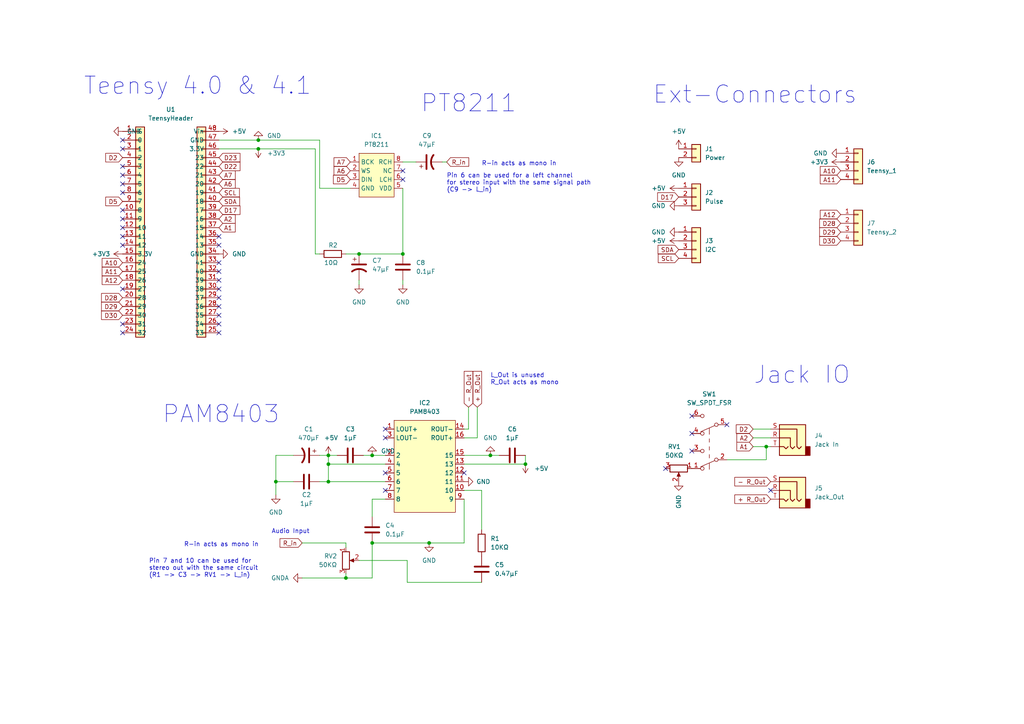
<source format=kicad_sch>
(kicad_sch (version 20230121) (generator eeschema)
  (paper "A4")
  (title_block (title "TEENSY 4 HAPTISHIELD") (date "2022-09-07") (rev "3") (company "SENSORIMOTOR INTERACTION GROUP") (comment 1 "COURTNEY N. REED & VALENTIN MARTINEZ-MISSIR"))
  (lib_symbols
    (symbol "Connector:AudioJack3"
      (property "Reference" "J" (at 0 8.89 0))
      (property "Value" "AudioJack3" (at 0 6.35 0))
      (symbol "AudioJack3_0_1"
        (rectangle (start -5.08 -5.08) (end -6.35 -2.54) (stroke (width 0.254)) (fill (type outline)))
        (polyline (pts (xy 0 -2.54) (xy 0.635 -3.175) (xy 1.27 -2.54) (xy 2.54 -2.54)) (stroke (width 0.254)))
        (polyline (pts (xy -1.905 -2.54) (xy -1.27 -3.175) (xy -0.635 -2.54) (xy -0.635 0) (xy 2.54 0)) (stroke (width 0.254)))
        (polyline (pts (xy 2.54 2.54) (xy -2.54 2.54) (xy -2.54 -2.54) (xy -3.175 -3.175) (xy -3.81 -2.54)) (stroke (width 0.254)))
        (rectangle (start 2.54 3.81) (end -5.08 -5.08) (stroke (width 0.254)) (fill (type background)))
      )
      (symbol "AudioJack3_1_1"
        (pin passive line (at 5.08 0 180) (length 2.54) (name "~") (number "R"))
        (pin passive line (at 5.08 2.54 180) (length 2.54) (name "~") (number "S"))
        (pin passive line (at 5.08 -2.54 180) (length 2.54) (name "~") (number "T"))
      )
    )
    (symbol "Connector_Generic:Conn_01x02" (pin_names (offset 1.016) hide)
      (property "Reference" "J" (at 0 2.54 0))
      (property "Value" "Conn_01x02" (at 0 -5.08 0))
      (symbol "Conn_01x02_1_1"
        (rectangle (start -1.27 -2.413) (end 0 -2.667) (stroke (width 0.1524)))
        (rectangle (start -1.27 0.127) (end 0 -0.127) (stroke (width 0.1524)))
        (rectangle (start -1.27 1.27) (end 1.27 -3.81) (stroke (width 0.254)) (fill (type background)))
        (pin passive line (at -5.08 0 0) (length 3.81) (name "Pin_1") (number "1"))
        (pin passive line (at -5.08 -2.54 0) (length 3.81) (name "Pin_2") (number "2"))
      )
    )
    (symbol "Connector_Generic:Conn_01x03" (pin_names (offset 1.016) hide)
      (property "Reference" "J" (at 0 5.08 0))
      (property "Value" "Conn_01x03" (at 0 -5.08 0))
      (symbol "Conn_01x03_1_1"
        (rectangle (start -1.27 -2.413) (end 0 -2.667) (stroke (width 0.1524)))
        (rectangle (start -1.27 0.127) (end 0 -0.127) (stroke (width 0.1524)))
        (rectangle (start -1.27 2.667) (end 0 2.413) (stroke (width 0.1524)))
        (rectangle (start -1.27 3.81) (end 1.27 -3.81) (stroke (width 0.254)) (fill (type background)))
        (pin passive line (at -5.08 2.54 0) (length 3.81) (name "Pin_1") (number "1"))
        (pin passive line (at -5.08 0 0) (length 3.81) (name "Pin_2") (number "2"))
        (pin passive line (at -5.08 -2.54 0) (length 3.81) (name "Pin_3") (number "3"))
      )
    )
    (symbol "Connector_Generic:Conn_01x04" (pin_names (offset 1.016) hide)
      (property "Reference" "J" (at 0 5.08 0))
      (property "Value" "Conn_01x04" (at 0 -7.62 0))
      (symbol "Conn_01x04_1_1"
        (rectangle (start -1.27 -4.953) (end 0 -5.207) (stroke (width 0.1524)))
        (rectangle (start -1.27 -2.413) (end 0 -2.667) (stroke (width 0.1524)))
        (rectangle (start -1.27 0.127) (end 0 -0.127) (stroke (width 0.1524)))
        (rectangle (start -1.27 2.667) (end 0 2.413) (stroke (width 0.1524)))
        (rectangle (start -1.27 3.81) (end 1.27 -6.35) (stroke (width 0.254)) (fill (type background)))
        (pin passive line (at -5.08 2.54 0) (length 3.81) (name "Pin_1") (number "1"))
        (pin passive line (at -5.08 0 0) (length 3.81) (name "Pin_2") (number "2"))
        (pin passive line (at -5.08 -2.54 0) (length 3.81) (name "Pin_3") (number "3"))
        (pin passive line (at -5.08 -5.08 0) (length 3.81) (name "Pin_4") (number "4"))
      )
    )
    (symbol "Device:C" (pin_numbers hide) (pin_names (offset 0.254))
      (property "Reference" "C" (at 0.635 2.54 0))
      (property "Value" "C" (at 0.635 -2.54 0))
      (symbol "C_0_1"
        (polyline (pts (xy -2.032 -0.762) (xy 2.032 -0.762)) (stroke (width 0.508)))
        (polyline (pts (xy -2.032 0.762) (xy 2.032 0.762)) (stroke (width 0.508)))
      )
      (symbol "C_1_1"
        (pin passive line (at 0 3.81 270) (length 2.794) (name "~") (number "1"))
        (pin passive line (at 0 -3.81 90) (length 2.794) (name "~") (number "2"))
      )
    )
    (symbol "Device:C_Polarized_US" (pin_numbers hide) (pin_names (offset 0.254) hide)
      (property "Reference" "C" (at 0.635 2.54 0))
      (property "Value" "C_Polarized_US" (at 0.635 -2.54 0))
      (symbol "C_Polarized_US_0_1"
        (polyline (pts (xy -2.032 0.762) (xy 2.032 0.762)) (stroke (width 0.508)))
        (polyline (pts (xy -1.778 2.286) (xy -0.762 2.286)))
        (polyline (pts (xy -1.27 1.778) (xy -1.27 2.794)))
        (arc (start 2.032 -1.27) (mid 0 -0.5572) (end -2.032 -1.27) (stroke (width 0.508)))
      )
      (symbol "C_Polarized_US_1_1"
        (pin passive line (at 0 3.81 270) (length 2.794) (name "~") (number "1"))
        (pin passive line (at 0 -3.81 90) (length 3.302) (name "~") (number "2"))
      )
    )
    (symbol "Device:R" (pin_numbers hide) (pin_names (offset 0))
      (property "Reference" "R" (at 2.032 0 90))
      (property "Value" "R" (at 0 0 90))
      (symbol "R_0_1"
        (rectangle (start -1.016 -2.54) (end 1.016 2.54) (stroke (width 0.254)))
      )
      (symbol "R_1_1"
        (pin passive line (at 0 3.81 270) (length 1.27) (name "~") (number "1"))
        (pin passive line (at 0 -3.81 90) (length 1.27) (name "~") (number "2"))
      )
    )
    (symbol "Device:R_Potentiometer" (pin_names (offset 1.016) hide)
      (property "Reference" "RV" (at -4.445 0 90))
      (property "Value" "R_Potentiometer" (at -2.54 0 90))
      (symbol "R_Potentiometer_0_1"
        (polyline (pts (xy 2.54 0) (xy 1.524 0)))
        (polyline (pts (xy 1.143 0) (xy 2.286 0.508) (xy 2.286 -0.508) (xy 1.143 0)) (fill (type outline)))
        (rectangle (start 1.016 2.54) (end -1.016 -2.54) (stroke (width 0.254)))
      )
      (symbol "R_Potentiometer_1_1"
        (pin passive line (at 0 3.81 270) (length 1.27) (name "1") (number "1"))
        (pin passive line (at 3.81 0 180) (length 1.27) (name "2") (number "2"))
        (pin passive line (at 0 -3.81 90) (length 1.27) (name "3") (number "3"))
      )
    )
    (symbol "HapticServo:PAM8403"
      (property "Reference" "U" (at 0 0 0))
      (property "Value" "PAM8403" (at 0 2.54 0))
      (symbol "PAM8403_0_1"
        (rectangle (start -8.89 -2.54) (end 8.89 -29.21) (fill (type background)))
      )
      (symbol "PAM8403_1_1"
        (pin passive line (at -11.43 -5.08 0) (length 2.54) (name "LOUT+") (number "1"))
        (pin passive line (at 11.43 -22.86 180) (length 2.54) (name "10") (number "10"))
        (pin passive line (at 11.43 -20.32 180) (length 2.54) (name "11") (number "11"))
        (pin passive line (at 11.43 -17.78 180) (length 2.54) (name "12") (number "12"))
        (pin passive line (at 11.43 -15.24 180) (length 2.54) (name "13") (number "13"))
        (pin passive line (at 11.43 -5.08 180) (length 2.54) (name "ROUT-") (number "14"))
        (pin passive line (at 11.43 -12.7 180) (length 2.54) (name "15") (number "15"))
        (pin passive line (at 11.43 -7.62 180) (length 2.54) (name "ROUT+") (number "16"))
        (pin passive line (at -11.43 -12.7 0) (length 2.54) (name "2") (number "2"))
        (pin passive line (at -11.43 -7.62 0) (length 2.54) (name "LOUT-") (number "3"))
        (pin passive line (at -11.43 -15.24 0) (length 2.54) (name "4") (number "4"))
        (pin passive line (at -11.43 -17.78 0) (length 2.54) (name "5") (number "5"))
        (pin passive line (at -11.43 -20.32 0) (length 2.54) (name "6") (number "6"))
        (pin passive line (at -11.43 -22.86 0) (length 2.54) (name "7") (number "7"))
        (pin passive line (at -11.43 -25.4 0) (length 2.54) (name "8") (number "8"))
        (pin passive line (at 11.43 -25.4 180) (length 2.54) (name "9") (number "9"))
      )
    )
    (symbol "HapticServo:PT8211"
      (property "Reference" "IC" (at 2.54 -15.24 0))
      (property "Value" "PT8211" (at 2.54 0 0))
      (symbol "PT8211_0_1"
        (rectangle (start -2.54 -1.27) (end 7.62 -13.97) (fill (type background)))
      )
      (symbol "PT8211_1_1"
        (pin input line (at -5.08 -3.81 0) (length 2.54) (name "BCK") (number "1"))
        (pin input line (at -5.08 -6.35 0) (length 2.54) (name "WS") (number "2"))
        (pin input line (at -5.08 -8.89 0) (length 2.54) (name "DIN") (number "3"))
        (pin input line (at -5.08 -11.43 0) (length 2.54) (name "GND") (number "4"))
        (pin input line (at 10.16 -11.43 180) (length 2.54) (name "VDD") (number "5"))
        (pin input line (at 10.16 -8.89 180) (length 2.54) (name "LCH") (number "6"))
        (pin input line (at 10.16 -6.35 180) (length 2.54) (name "NC") (number "7"))
        (pin input line (at 10.16 -3.81 180) (length 2.54) (name "RCH") (number "8"))
      )
    )
    (symbol "HapticServo:TeensyHeader"
      (property "Reference" "U" (at 0 0 0))
      (property "Value" "TeensyHeader" (at 0 0 0))
      (symbol "TeensyHeader_1_1"
        (rectangle (start -11.43 -63.373) (end -10.16 -63.627) (stroke (width 0.1524)))
        (rectangle (start -11.43 -60.833) (end -10.16 -61.087) (stroke (width 0.1524)))
        (rectangle (start -11.43 -58.293) (end -10.16 -58.547) (stroke (width 0.1524)))
        (rectangle (start -11.43 -55.753) (end -10.16 -56.007) (stroke (width 0.1524)))
        (rectangle (start -11.43 -53.213) (end -10.16 -53.467) (stroke (width 0.1524)))
        (rectangle (start -11.43 -50.673) (end -10.16 -50.927) (stroke (width 0.1524)))
        (rectangle (start -11.43 -48.133) (end -10.16 -48.387) (stroke (width 0.1524)))
        (rectangle (start -11.43 -45.593) (end -10.16 -45.847) (stroke (width 0.1524)))
        (rectangle (start -11.43 -43.053) (end -10.16 -43.307) (stroke (width 0.1524)))
        (rectangle (start -11.43 -40.513) (end -10.16 -40.767) (stroke (width 0.1524)))
        (rectangle (start -11.43 -37.973) (end -10.16 -38.227) (stroke (width 0.1524)))
        (rectangle (start -11.43 -35.433) (end -10.16 -35.687) (stroke (width 0.1524)))
        (rectangle (start -11.43 -32.893) (end -10.16 -33.147) (stroke (width 0.1524)))
        (rectangle (start -11.43 -30.353) (end -10.16 -30.607) (stroke (width 0.1524)))
        (rectangle (start -11.43 -27.813) (end -10.16 -28.067) (stroke (width 0.1524)))
        (rectangle (start -11.43 -25.273) (end -10.16 -25.527) (stroke (width 0.1524)))
        (rectangle (start -11.43 -22.733) (end -10.16 -22.987) (stroke (width 0.1524)))
        (rectangle (start -11.43 -20.193) (end -10.16 -20.447) (stroke (width 0.1524)))
        (rectangle (start -11.43 -17.653) (end -10.16 -17.907) (stroke (width 0.1524)))
        (rectangle (start -11.43 -15.113) (end -10.16 -15.367) (stroke (width 0.1524)))
        (rectangle (start -11.43 -12.573) (end -10.16 -12.827) (stroke (width 0.1524)))
        (rectangle (start -11.43 -10.033) (end -10.16 -10.287) (stroke (width 0.1524)))
        (rectangle (start -11.43 -7.493) (end -10.16 -7.747) (stroke (width 0.1524)))
        (rectangle (start -11.43 -4.953) (end -10.16 -5.207) (stroke (width 0.1524)))
        (rectangle (start -11.43 -3.81) (end -8.89 -64.77) (stroke (width 0.254)) (fill (type background)))
        (rectangle (start 8.89 -64.77) (end 6.35 -3.81) (stroke (width 0.254)) (fill (type background)))
        (rectangle (start 8.89 -63.627) (end 7.62 -63.373) (stroke (width 0.1524)))
        (rectangle (start 8.89 -61.087) (end 7.62 -60.833) (stroke (width 0.1524)))
        (rectangle (start 8.89 -58.547) (end 7.62 -58.293) (stroke (width 0.1524)))
        (rectangle (start 8.89 -56.007) (end 7.62 -55.753) (stroke (width 0.1524)))
        (rectangle (start 8.89 -53.467) (end 7.62 -53.213) (stroke (width 0.1524)))
        (rectangle (start 8.89 -50.927) (end 7.62 -50.673) (stroke (width 0.1524)))
        (rectangle (start 8.89 -48.387) (end 7.62 -48.133) (stroke (width 0.1524)))
        (rectangle (start 8.89 -45.847) (end 7.62 -45.593) (stroke (width 0.1524)))
        (rectangle (start 8.89 -43.307) (end 7.62 -43.053) (stroke (width 0.1524)))
        (rectangle (start 8.89 -40.767) (end 7.62 -40.513) (stroke (width 0.1524)))
        (rectangle (start 8.89 -38.227) (end 7.62 -37.973) (stroke (width 0.1524)))
        (rectangle (start 8.89 -35.687) (end 7.62 -35.433) (stroke (width 0.1524)))
        (rectangle (start 8.89 -33.147) (end 7.62 -32.893) (stroke (width 0.1524)))
        (rectangle (start 8.89 -30.607) (end 7.62 -30.353) (stroke (width 0.1524)))
        (rectangle (start 8.89 -28.067) (end 7.62 -27.813) (stroke (width 0.1524)))
        (rectangle (start 8.89 -25.527) (end 7.62 -25.273) (stroke (width 0.1524)))
        (rectangle (start 8.89 -22.987) (end 7.62 -22.733) (stroke (width 0.1524)))
        (rectangle (start 8.89 -20.447) (end 7.62 -20.193) (stroke (width 0.1524)))
        (rectangle (start 8.89 -17.907) (end 7.62 -17.653) (stroke (width 0.1524)))
        (rectangle (start 8.89 -15.367) (end 7.62 -15.113) (stroke (width 0.1524)))
        (rectangle (start 8.89 -12.827) (end 7.62 -12.573) (stroke (width 0.1524)))
        (rectangle (start 8.89 -10.287) (end 7.62 -10.033) (stroke (width 0.1524)))
        (rectangle (start 8.89 -7.747) (end 7.62 -7.493) (stroke (width 0.1524)))
        (rectangle (start 8.89 -5.207) (end 7.62 -4.953) (stroke (width 0.1524)))
        (pin passive line (at -15.24 -5.08 0) (length 3.81) (name "G") (number "1"))
        (pin passive line (at -15.24 -27.94 0) (length 3.81) (name "8") (number "10"))
        (pin passive line (at -15.24 -30.48 0) (length 3.81) (name "9") (number "11"))
        (pin passive line (at -15.24 -33.02 0) (length 3.81) (name "10") (number "12"))
        (pin passive line (at -15.24 -35.56 0) (length 3.81) (name "11") (number "13"))
        (pin passive line (at -15.24 -38.1 0) (length 3.81) (name "12") (number "14"))
        (pin passive line (at -15.24 -40.64 0) (length 3.81) (name "3.3V") (number "15"))
        (pin passive line (at -15.24 -43.18 0) (length 3.81) (name "24") (number "16"))
        (pin passive line (at -15.24 -45.72 0) (length 3.81) (name "25") (number "17"))
        (pin passive line (at -15.24 -48.26 0) (length 3.81) (name "26") (number "18"))
        (pin passive line (at -15.24 -50.8 0) (length 3.81) (name "27") (number "19"))
        (pin passive line (at -15.24 -7.62 0) (length 3.81) (name "0") (number "2"))
        (pin passive line (at -15.24 -53.34 0) (length 3.81) (name "28") (number "20"))
        (pin passive line (at -15.24 -55.88 0) (length 3.81) (name "29") (number "21"))
        (pin passive line (at -15.24 -58.42 0) (length 3.81) (name "30") (number "22"))
        (pin passive line (at -15.24 -60.96 0) (length 3.81) (name "31") (number "23"))
        (pin passive line (at -15.24 -63.5 0) (length 3.81) (name "32") (number "24"))
        (pin passive line (at 12.7 -63.5 180) (length 3.81) (name "33") (number "25"))
        (pin passive line (at 12.7 -60.96 180) (length 3.81) (name "34") (number "26"))
        (pin passive line (at 12.7 -58.42 180) (length 3.81) (name "35") (number "27"))
        (pin passive line (at 12.7 -55.88 180) (length 3.81) (name "36") (number "28"))
        (pin passive line (at 12.7 -53.34 180) (length 3.81) (name "37") (number "29"))
        (pin passive line (at -15.24 -10.16 0) (length 3.81) (name "1") (number "3"))
        (pin passive line (at 12.7 -50.8 180) (length 3.81) (name "38") (number "30"))
        (pin passive line (at 12.7 -48.26 180) (length 3.81) (name "39") (number "31"))
        (pin passive line (at 12.7 -45.72 180) (length 3.81) (name "40") (number "32"))
        (pin passive line (at 12.7 -43.18 180) (length 3.81) (name "41") (number "33"))
        (pin passive line (at 12.7 -40.64 180) (length 3.81) (name "GND") (number "34"))
        (pin passive line (at 12.7 -38.1 180) (length 3.81) (name "13") (number "35"))
        (pin passive line (at 12.7 -35.56 180) (length 3.81) (name "14") (number "36"))
        (pin passive line (at 12.7 -33.02 180) (length 3.81) (name "15") (number "37"))
        (pin passive line (at 12.7 -30.48 180) (length 3.81) (name "16") (number "38"))
        (pin passive line (at 12.7 -27.94 180) (length 3.81) (name "17") (number "39"))
        (pin passive line (at -15.24 -12.7 0) (length 3.81) (name "2") (number "4"))
        (pin passive line (at 12.7 -25.4 180) (length 3.81) (name "18") (number "40"))
        (pin passive line (at 12.7 -22.86 180) (length 3.81) (name "19") (number "41"))
        (pin passive line (at 12.7 -20.32 180) (length 3.81) (name "20") (number "42"))
        (pin passive line (at 12.7 -17.78 180) (length 3.81) (name "21") (number "43"))
        (pin passive line (at 12.7 -15.24 180) (length 3.81) (name "22") (number "44"))
        (pin passive line (at 12.7 -12.7 180) (length 3.81) (name "23") (number "45"))
        (pin passive line (at 12.7 -10.16 180) (length 3.81) (name "3.3V") (number "46"))
        (pin passive line (at 12.7 -7.62 180) (length 3.81) (name "GND") (number "47"))
        (pin passive line (at 12.7 -5.08 180) (length 3.81) (name "Vin") (number "48"))
        (pin passive line (at -15.24 -15.24 0) (length 3.81) (name "3") (number "5"))
        (pin passive line (at -15.24 -17.78 0) (length 3.81) (name "4") (number "6"))
        (pin passive line (at -15.24 -20.32 0) (length 3.81) (name "5") (number "7"))
        (pin passive line (at -15.24 -22.86 0) (length 3.81) (name "6") (number "8"))
        (pin passive line (at -15.24 -25.4 0) (length 3.81) (name "7") (number "9"))
      )
    )
    (symbol "Switch:SW_Push_DPDT" (pin_names (offset 0) hide)
      (property "Reference" "SW" (at 0 8.89 0))
      (property "Value" "SW_Push_DPDT" (at 0 -10.16 0))
      (symbol "SW_Push_DPDT_0_0"
        (circle (center -2.032 -5.08) (radius 0.508))
        (circle (center -2.032 5.08) (radius 0.508))
        (circle (center 2.032 -7.62) (radius 0.508))
        (circle (center 2.032 2.54) (radius 0.508))
      )
      (symbol "SW_Push_DPDT_0_1"
        (polyline (pts (xy -1.524 -4.826) (xy 2.54 -3.048)))
        (polyline (pts (xy -1.524 5.334) (xy 2.54 7.112)))
        (polyline (pts (xy 0 -2.286) (xy 0 -4.064)))
        (polyline (pts (xy 0 -1.016) (xy 0 0)))
        (polyline (pts (xy 0 1.27) (xy 0 2.286)))
        (polyline (pts (xy 0 3.556) (xy 0 4.572)))
        (polyline (pts (xy 0 7.874) (xy 0 6.096)))
        (circle (center 2.032 -2.54) (radius 0.508))
        (circle (center 2.032 7.62) (radius 0.508))
      )
      (symbol "SW_Push_DPDT_1_1"
        (pin passive line (at 5.08 7.62 180) (length 2.54) (name "A") (number "1"))
        (pin passive line (at -5.08 5.08 0) (length 2.54) (name "B") (number "2"))
        (pin passive line (at 5.08 2.54 180) (length 2.54) (name "C") (number "3"))
        (pin passive line (at 5.08 -2.54 180) (length 2.54) (name "A") (number "4"))
        (pin passive line (at -5.08 -5.08 0) (length 2.54) (name "B") (number "5"))
        (pin passive line (at 5.08 -7.62 180) (length 2.54) (name "C") (number "6"))
      )
    )
    (symbol "power:+3.3V" (power) (pin_names (offset 0))
      (property "Value" "+3.3V" (at 0 3.556 0))
      (symbol "+3.3V_0_1"
        (polyline (pts (xy -0.762 1.27) (xy 0 2.54)))
        (polyline (pts (xy 0 0) (xy 0 2.54)))
        (polyline (pts (xy 0 2.54) (xy 0.762 1.27)))
      )
      (symbol "+3.3V_1_1"
        (pin power_in line (at 0 0 90) (length 0) hide (name "+3V3") (number "1"))
      )
    )
    (symbol "power:+5V" (power) (pin_names (offset 0))
      (property "Value" "+5V" (at 0 3.556 0))
      (symbol "+5V_0_1"
        (polyline (pts (xy -0.762 1.27) (xy 0 2.54)))
        (polyline (pts (xy 0 0) (xy 0 2.54)))
        (polyline (pts (xy 0 2.54) (xy 0.762 1.27)))
      )
      (symbol "+5V_1_1"
        (pin power_in line (at 0 0 90) (length 0) hide (name "+5V") (number "1"))
      )
    )
    (symbol "power:GND" (power) (pin_names (offset 0))
      (property "Value" "GND" (at 0 -3.81 0))
      (symbol "GND_0_1"
        (polyline (pts (xy 0 0) (xy 0 -1.27) (xy 1.27 -1.27) (xy 0 -2.54) (xy -1.27 -1.27) (xy 0 -1.27)))
      )
      (symbol "GND_1_1"
        (pin power_in line (at 0 0 270) (length 0) hide (name "GND") (number "1"))
      )
    )
    (symbol "power:GNDA" (power) (pin_names (offset 0))
      (property "Value" "GNDA" (at 0 -3.81 0))
      (symbol "GNDA_0_1"
        (polyline (pts (xy 0 0) (xy 0 -1.27) (xy 1.27 -1.27) (xy 0 -2.54) (xy -1.27 -1.27) (xy 0 -1.27)))
      )
      (symbol "GNDA_1_1"
        (pin power_in line (at 0 0 270) (length 0) hide (name "GNDA") (number "1"))
      )
    )
  )
  (junction (at 100.33 167.64))
  (junction (at 222.25 129.54))
  (junction (at 104.14 73.66))
  (junction (at 124.46 157.48))
  (junction (at 107.95 157.48))
  (junction (at 95.25 139.7))
  (junction (at 80.01 139.7))
  (junction (at 95.25 134.62))
  (junction (at 95.25 132.08))
  (junction (at 152.4 134.62))
  (junction (at 142.24 132.08))
  (junction (at 107.95 132.08))
  (junction (at 116.84 73.66))
  (junction (at 74.93 43.18))
  (junction (at 74.93 40.64))
  (no_connect (at 63.5 83.82))
  (no_connect (at 200.66 125.73))
  (no_connect (at 210.82 123.19))
  (no_connect (at 200.66 130.81))
  (no_connect (at 35.56 96.52))
  (no_connect (at 35.56 43.18))
  (no_connect (at 116.84 49.53))
  (no_connect (at 35.56 71.12))
  (no_connect (at 35.56 55.88))
  (no_connect (at 63.5 71.12))
  (no_connect (at 35.56 63.5))
  (no_connect (at 35.56 93.98))
  (no_connect (at 63.5 91.44))
  (no_connect (at 35.56 48.26))
  (no_connect (at 35.56 68.58))
  (no_connect (at 35.56 83.82))
  (no_connect (at 223.52 142.24))
  (no_connect (at 35.56 66.04))
  (no_connect (at 111.76 142.24))
  (no_connect (at 35.56 60.96))
  (no_connect (at 63.5 93.98))
  (no_connect (at 193.04 135.89))
  (no_connect (at 63.5 86.36))
  (no_connect (at 35.56 53.34))
  (no_connect (at 200.66 120.65))
  (no_connect (at 35.56 50.8))
  (no_connect (at 111.76 137.16))
  (no_connect (at 63.5 76.2))
  (no_connect (at 63.5 68.58))
  (no_connect (at 63.5 88.9))
  (no_connect (at 63.5 81.28))
  (no_connect (at 63.5 78.74))
  (no_connect (at 134.62 137.16))
  (no_connect (at 35.56 40.64))
  (no_connect (at 111.76 127))
  (no_connect (at 111.76 124.46))
  (no_connect (at 116.84 52.07))
  (no_connect (at 63.5 96.52))
  (wire (pts (xy 95.25 134.62) (xy 95.25 139.7)))
  (wire (pts (xy 107.95 157.48) (xy 107.95 167.64)))
  (wire (pts (xy 92.71 54.61) (xy 101.6 54.61)))
  (wire (pts (xy 74.93 43.18) (xy 91.44 43.18)))
  (wire (pts (xy 111.76 144.78) (xy 107.95 144.78)))
  (wire (pts (xy 92.71 73.66) (xy 91.44 73.66)))
  (wire (pts (xy 128.27 46.99) (xy 129.54 46.99)))
  (wire (pts (xy 104.14 73.66) (xy 116.84 73.66)))
  (wire (pts (xy 92.71 40.64) (xy 92.71 54.61)))
  (wire (pts (xy 80.01 139.7) (xy 85.09 139.7)))
  (wire (pts (xy 80.01 139.7) (xy 80.01 143.51)))
  (wire (pts (xy 100.33 167.64) (xy 100.33 166.37)))
  (wire (pts (xy 95.25 139.7) (xy 111.76 139.7)))
  (wire (pts (xy 222.25 129.54) (xy 222.25 133.35)))
  (wire (pts (xy 116.84 46.99) (xy 120.65 46.99)))
  (wire (pts (xy 134.62 157.48) (xy 124.46 157.48)))
  (wire (pts (xy 92.71 132.08) (xy 95.25 132.08)))
  (wire (pts (xy 105.41 132.08) (xy 107.95 132.08)))
  (wire (pts (xy 134.62 127) (xy 138.43 127)))
  (wire (pts (xy 104.14 81.28) (xy 104.14 82.55)))
  (wire (pts (xy 134.62 132.08) (xy 142.24 132.08)))
  (wire (pts (xy 118.11 162.56) (xy 118.11 168.91)))
  (wire (pts (xy 118.11 168.91) (xy 139.7 168.91)))
  (wire (pts (xy 85.09 132.08) (xy 80.01 132.08)))
  (wire (pts (xy 63.5 40.64) (xy 74.93 40.64)))
  (wire (pts (xy 142.24 132.08) (xy 144.78 132.08)))
  (wire (pts (xy 95.25 132.08) (xy 97.79 132.08)))
  (wire (pts (xy 138.43 127) (xy 138.43 118.11)))
  (wire (pts (xy 100.33 73.66) (xy 104.14 73.66)))
  (wire (pts (xy 134.62 144.78) (xy 134.62 157.48)))
  (wire (pts (xy 92.71 139.7) (xy 95.25 139.7)))
  (wire (pts (xy 218.44 127) (xy 223.52 127)))
  (wire (pts (xy 222.25 129.54) (xy 223.52 129.54)))
  (wire (pts (xy 95.25 132.08) (xy 95.25 134.62)))
  (wire (pts (xy 74.93 40.64) (xy 92.71 40.64)))
  (wire (pts (xy 134.62 134.62) (xy 152.4 134.62)))
  (wire (pts (xy 107.95 167.64) (xy 100.33 167.64)))
  (wire (pts (xy 134.62 142.24) (xy 139.7 142.24)))
  (wire (pts (xy 222.25 133.35) (xy 210.82 133.35)))
  (wire (pts (xy 134.62 124.46) (xy 135.89 124.46)))
  (wire (pts (xy 218.44 124.46) (xy 223.52 124.46)))
  (wire (pts (xy 139.7 142.24) (xy 139.7 153.67)))
  (wire (pts (xy 91.44 73.66) (xy 91.44 43.18)))
  (wire (pts (xy 80.01 132.08) (xy 80.01 139.7)))
  (wire (pts (xy 87.63 157.48) (xy 100.33 157.48)))
  (wire (pts (xy 100.33 157.48) (xy 100.33 158.75)))
  (wire (pts (xy 107.95 132.08) (xy 111.76 132.08)))
  (wire (pts (xy 116.84 81.28) (xy 116.84 82.55)))
  (wire (pts (xy 95.25 134.62) (xy 111.76 134.62)))
  (wire (pts (xy 135.89 118.11) (xy 135.89 124.46)))
  (wire (pts (xy 107.95 144.78) (xy 107.95 149.86)))
  (wire (pts (xy 152.4 132.08) (xy 152.4 134.62)))
  (wire (pts (xy 104.14 162.56) (xy 118.11 162.56)))
  (wire (pts (xy 63.5 43.18) (xy 74.93 43.18)))
  (wire (pts (xy 218.44 129.54) (xy 222.25 129.54)))
  (wire (pts (xy 87.63 167.64) (xy 100.33 167.64)))
  (wire (pts (xy 107.95 157.48) (xy 124.46 157.48)))
  (wire (pts (xy 116.84 54.61) (xy 116.84 73.66)))
  (text "Jack IO" (at 218.44 111.76 0) (effects (font (size 5 5)) (justify left bottom)))
  (text "R-in acts as mono in" (at 53.34 158.75 0) (effects (font (size 1.27 1.27)) (justify left bottom)))
  (text "Pin 7 and 10 can be used for \nstereo out with the same circuit \n(R1 -> C3 -> RV1 -> L_in)" (at 43.18 167.64 0) (effects (font (size 1.27 1.27)) (justify left bottom)))
  (text "R-in acts as mono in" (at 139.7 48.26 0) (effects (font (size 1.27 1.27)) (justify left bottom)))
  (text "Audio Input" (at 78.74 154.94 0) (effects (font (size 1.27 1.27)) (justify left bottom)))
  (text "PAM8403" (at 46.99 123.19 0) (effects (font (size 5 5)) (justify left bottom)))
  (text "PT8211" (at 121.92 33.02 0) (effects (font (size 5 5)) (justify left bottom)))
  (text "Pin 6 can be used for a left channel\nfor stereo input with the same signal path\n(C9 -> L_in)" (at 129.54 55.88 0) (effects (font (size 1.27 1.27)) (justify left bottom)))
  (text "Ext-Connectors" (at 189.23 30.48 0) (effects (font (size 5 5)) (justify left bottom)))
  (text "Teensy 4.0 & 4.1" (at 24.13 27.94 0) (effects (font (size 5 5)) (justify left bottom)))
  (text "L_Out is unused \nR_Out acts as mono" (at 142.24 111.76 0) (effects (font (size 1.27 1.27)) (justify left bottom)))
  (global_label "+ R_Out" (shape input) (at 223.52 144.78 180) (property "Intersheetrefs" "${INTERSHEET_REFS}" (effects hide)))
  (global_label "A12" (shape input) (at 243.84 62.23 180) (property "Intersheetrefs" "${INTERSHEET_REFS}" (effects hide)))
  (global_label "A6" (shape input) (at 101.6 49.53 180) (property "Intersheetrefs" "${INTERSHEET_REFS}" (effects hide)))
  (global_label "D17" (shape input) (at 196.85 57.15 180) (property "Intersheetrefs" "${INTERSHEET_REFS}" (effects hide)))
  (global_label "D2" (shape input) (at 35.56 45.72 180) (property "Intersheetrefs" "${INTERSHEET_REFS}" (effects hide)))
  (global_label "D23" (shape input) (at 63.5 45.72 0) (property "Intersheetrefs" "${INTERSHEET_REFS}" (effects hide)))
  (global_label "D28" (shape input) (at 35.56 86.36 180) (property "Intersheetrefs" "${INTERSHEET_REFS}" (effects hide)))
  (global_label "A2" (shape input) (at 63.5 63.5 0) (property "Intersheetrefs" "${INTERSHEET_REFS}" (effects hide)))
  (global_label "A10" (shape input) (at 243.84 49.53 180) (property "Intersheetrefs" "${INTERSHEET_REFS}" (effects hide)))
  (global_label "A7" (shape input) (at 101.6 46.99 180) (property "Intersheetrefs" "${INTERSHEET_REFS}" (effects hide)))
  (global_label "- R_Out" (shape input) (at 135.89 118.11 90) (property "Intersheetrefs" "${INTERSHEET_REFS}" (effects hide)))
  (global_label "+ R_Out" (shape input) (at 138.43 118.11 90) (property "Intersheetrefs" "${INTERSHEET_REFS}" (effects hide)))
  (global_label "A2" (shape input) (at 218.44 127 180) (property "Intersheetrefs" "${INTERSHEET_REFS}" (effects hide)))
  (global_label "D5" (shape input) (at 101.6 52.07 180) (property "Intersheetrefs" "${INTERSHEET_REFS}" (effects hide)))
  (global_label "D29" (shape input) (at 243.84 67.31 180) (property "Intersheetrefs" "${INTERSHEET_REFS}" (effects hide)))
  (global_label "A11" (shape input) (at 35.56 78.74 180) (property "Intersheetrefs" "${INTERSHEET_REFS}" (effects hide)))
  (global_label "SDA" (shape input) (at 63.5 58.42 0) (property "Intersheetrefs" "${INTERSHEET_REFS}" (effects hide)))
  (global_label "A11" (shape input) (at 243.84 52.07 180) (property "Intersheetrefs" "${INTERSHEET_REFS}" (effects hide)))
  (global_label "- R_Out" (shape input) (at 223.52 139.7 180) (property "Intersheetrefs" "${INTERSHEET_REFS}" (effects hide)))
  (global_label "SCL" (shape input) (at 63.5 55.88 0) (property "Intersheetrefs" "${INTERSHEET_REFS}" (effects hide)))
  (global_label "SCL" (shape input) (at 196.85 74.93 180) (property "Intersheetrefs" "${INTERSHEET_REFS}" (effects hide)))
  (global_label "D28" (shape input) (at 243.84 64.77 180) (property "Intersheetrefs" "${INTERSHEET_REFS}" (effects hide)))
  (global_label "A12" (shape input) (at 35.56 81.28 180) (property "Intersheetrefs" "${INTERSHEET_REFS}" (effects hide)))
  (global_label "R_in" (shape input) (at 129.54 46.99 0) (property "Intersheetrefs" "${INTERSHEET_REFS}" (effects hide)))
  (global_label "A1" (shape input) (at 218.44 129.54 180) (property "Intersheetrefs" "${INTERSHEET_REFS}" (effects hide)))
  (global_label "SDA" (shape input) (at 196.85 72.39 180) (property "Intersheetrefs" "${INTERSHEET_REFS}" (effects hide)))
  (global_label "D29" (shape input) (at 35.56 88.9 180) (property "Intersheetrefs" "${INTERSHEET_REFS}" (effects hide)))
  (global_label "D22" (shape input) (at 63.5 48.26 0) (property "Intersheetrefs" "${INTERSHEET_REFS}" (effects hide)))
  (global_label "R_in" (shape input) (at 87.63 157.48 180) (property "Intersheetrefs" "${INTERSHEET_REFS}" (effects hide)))
  (global_label "D30" (shape input) (at 243.84 69.85 180) (property "Intersheetrefs" "${INTERSHEET_REFS}" (effects hide)))
  (global_label "D5" (shape input) (at 35.56 58.42 180) (property "Intersheetrefs" "${INTERSHEET_REFS}" (effects hide)))
  (global_label "D17" (shape input) (at 63.5 60.96 0) (property "Intersheetrefs" "${INTERSHEET_REFS}" (effects hide)))
  (global_label "A10" (shape input) (at 35.56 76.2 180) (property "Intersheetrefs" "${INTERSHEET_REFS}" (effects hide)))
  (global_label "A1" (shape input) (at 63.5 66.04 0) (property "Intersheetrefs" "${INTERSHEET_REFS}" (effects hide)))
  (global_label "A6" (shape input) (at 63.5 53.34 0) (property "Intersheetrefs" "${INTERSHEET_REFS}" (effects hide)))
  (global_label "A7" (shape input) (at 63.5 50.8 0) (property "Intersheetrefs" "${INTERSHEET_REFS}" (effects hide)))
  (global_label "D30" (shape input) (at 35.56 91.44 180) (property "Intersheetrefs" "${INTERSHEET_REFS}" (effects hide)))
  (global_label "D2" (shape input) (at 218.44 124.46 180) (property "Intersheetrefs" "${INTERSHEET_REFS}" (effects hide)))
  (symbol (lib_id "Device:C") (at 88.9 139.7 90) (unit 1)
    (property "Reference" "C2" (at 88.9 143.51 90))
    (property "Value" "1µF" (at 88.9 146.05 90))
    (property "Footprint" "Capacitor_SMD:C_0805_2012Metric_Pad1.18x1.45mm_HandSolder" (effects hide))
  )
  (symbol (lib_id "power:GND") (at 142.24 132.08 180) (unit 1)
    (property "Reference" "#PWR0116" (effects hide))
    (property "Value" "GND" (at 142.24 127 0))
  )
  (symbol (lib_id "HapticServo:TeensyHeader") (at 50.8 33.02 0) (unit 1)
    (property "Reference" "U1" (at 49.53 31.75 0))
    (property "Value" "TeensyHeader" (at 49.53 34.29 0))
    (property "Footprint" "HS-footprints:Teensy41" (effects hide))
  )
  (symbol (lib_id "Device:C_Polarized_US") (at 124.46 46.99 90) (unit 1)
    (property "Reference" "C9" (at 123.825 39.37 90))
    (property "Value" "47µF" (at 123.825 41.91 90))
    (property "Footprint" "Capacitor_THT:CP_Radial_D4.0mm_P1.50mm" (effects hide))
  )
  (symbol (lib_id "HapticServo:PT8211") (at 106.68 43.18 0) (unit 1)
    (property "Reference" "IC1" (at 109.22 39.37 0))
    (property "Value" "PT8211" (at 109.22 41.91 0))
    (property "Footprint" "Package_SO:SOP-8_3.9x4.9mm_P1.27mm" (effects hide))
  )
  (symbol (lib_id "power:+5V") (at 196.85 43.18 0) (unit 1)
    (property "Reference" "#PWR0121" (effects hide))
    (property "Value" "+5V" (at 196.85 38.1 0))
  )
  (symbol (lib_id "Connector_Generic:Conn_01x02") (at 201.93 43.18 0) (unit 1)
    (property "Reference" "J1" (at 204.47 43.1799 0) (effects (justify left)))
    (property "Value" "Power" (at 204.47 45.72 0) (effects (justify left)))
    (property "Footprint" "Connector_PinHeader_2.54mm:PinHeader_1x02_P2.54mm_Vertical" (effects hide))
  )
  (symbol (lib_id "power:GNDA") (at 87.63 167.64 270) (unit 1)
    (property "Reference" "#PWR0111" (effects hide))
    (property "Value" "GNDA" (at 83.82 167.6399 90) (effects (justify right)))
  )
  (symbol (lib_id "Device:C") (at 107.95 153.67 0) (unit 1)
    (property "Reference" "C4" (at 111.76 152.3999 0) (effects (justify left)))
    (property "Value" "0.1µF" (at 111.76 154.9399 0) (effects (justify left)))
    (property "Footprint" "Capacitor_SMD:C_0805_2012Metric_Pad1.18x1.45mm_HandSolder" (effects hide))
  )
  (symbol (lib_id "power:GND") (at 196.85 139.7 0) (unit 1)
    (property "Reference" "#PWR0122" (effects hide))
    (property "Value" "GND" (at 196.8499 143.51 90) (effects (justify right)))
  )
  (symbol (lib_id "power:GND") (at 243.84 44.45 270) (unit 1)
    (property "Reference" "#PWR0125" (effects hide))
    (property "Value" "GND" (at 240.03 44.4499 90) (effects (justify right)))
  )
  (symbol (lib_id "power:GND") (at 196.85 59.69 270) (unit 1)
    (property "Reference" "#PWR0106" (effects hide))
    (property "Value" "GND" (at 193.04 59.6899 90) (effects (justify right)))
  )
  (symbol (lib_id "power:GND") (at 35.56 38.1 270) (unit 1)
    (property "Reference" "#PWR0114" (effects hide))
    (property "Value" "GND" (at 36.83 38.0999 90) (effects (justify left)))
  )
  (symbol (lib_id "Device:C") (at 139.7 165.1 0) (unit 1)
    (property "Reference" "C5" (at 143.51 163.8299 0) (effects (justify left)))
    (property "Value" "0.47µF" (at 143.51 166.3699 0) (effects (justify left)))
    (property "Footprint" "Capacitor_SMD:C_0805_2012Metric_Pad1.18x1.45mm_HandSolder" (effects hide))
  )
  (symbol (lib_id "power:GND") (at 80.01 143.51 0) (unit 1)
    (property "Reference" "#PWR0113" (effects hide))
    (property "Value" "GND" (at 80.01 148.59 0))
  )
  (symbol (lib_id "HapticServo:PAM8403") (at 123.19 119.38 0) (unit 1)
    (property "Reference" "IC2" (at 123.19 116.84 0))
    (property "Value" "PAM8403" (at 123.19 119.38 0))
    (property "Footprint" "Package_SO:SOIC-16_3.9x9.9mm_P1.27mm" (effects hide))
  )
  (symbol (lib_id "power:GND") (at 196.85 45.72 0) (unit 1)
    (property "Reference" "#PWR0120" (effects hide))
    (property "Value" "GND" (at 196.85 50.8 0))
  )
  (symbol (lib_id "power:GND") (at 124.46 157.48 0) (unit 1)
    (property "Reference" "#PWR0110" (effects hide))
    (property "Value" "GND" (at 124.46 162.56 0))
  )
  (symbol (lib_id "power:+3.3V") (at 74.93 43.18 180) (unit 1)
    (property "Reference" "#PWR0105" (effects hide))
    (property "Value" "+3.3V" (at 77.47 44.4499 0) (effects (justify right)))
  )
  (symbol (lib_id "Connector_Generic:Conn_01x04") (at 248.92 64.77 0) (unit 1)
    (property "Reference" "J7" (at 251.46 64.7699 0) (effects (justify left)))
    (property "Value" "Teensy_2" (at 251.46 67.3099 0) (effects (justify left)))
    (property "Footprint" "Connector_PinHeader_2.54mm:PinHeader_1x04_P2.54mm_Vertical" (effects hide))
  )
  (symbol (lib_id "power:+5V") (at 196.85 69.85 90) (unit 1)
    (property "Reference" "#PWR0109" (effects hide))
    (property "Value" "+5V" (at 193.04 69.8499 90) (effects (justify left)))
  )
  (symbol (lib_id "Device:R_Potentiometer") (at 196.85 135.89 270) (unit 1)
    (property "Reference" "RV1" (at 195.58 129.54 90))
    (property "Value" "50KΩ" (at 195.58 132.08 90))
    (property "Footprint" "3362P-1-503TLF:TRIM_3362P-1-503TLF" (effects hide))
  )
  (symbol (lib_id "power:+5V") (at 152.4 134.62 180) (unit 1)
    (property "Reference" "#PWR0118" (effects hide))
    (property "Value" "+5V" (at 154.94 135.8899 0) (effects (justify right)))
  )
  (symbol (lib_id "power:GND") (at 134.62 139.7 90) (unit 1)
    (property "Reference" "#PWR0117" (effects hide))
    (property "Value" "GND" (at 142.24 139.7 90) (effects (justify left)))
  )
  (symbol (lib_id "Device:R") (at 139.7 157.48 0) (unit 1)
    (property "Reference" "R1" (at 142.24 156.2099 0) (effects (justify left)))
    (property "Value" "10KΩ" (at 142.24 158.7499 0) (effects (justify left)))
    (property "Footprint" "Resistor_SMD:R_0805_2012Metric_Pad1.20x1.40mm_HandSolder" (effects hide))
  )
  (symbol (lib_id "power:GND") (at 116.84 82.55 0) (unit 1)
    (property "Reference" "#PWR0101" (effects hide))
    (property "Value" "GND" (at 116.84 87.63 0))
  )
  (symbol (lib_id "power:+3.3V") (at 35.56 73.66 90) (unit 1)
    (property "Reference" "#PWR0123" (effects hide))
    (property "Value" "+3.3V" (at 26.67 73.66 90) (effects (justify right)))
  )
  (symbol (lib_id "Connector_Generic:Conn_01x04") (at 248.92 46.99 0) (unit 1)
    (property "Reference" "J6" (at 251.46 46.9899 0) (effects (justify left)))
    (property "Value" "Teensy_1" (at 251.46 49.5299 0) (effects (justify left)))
    (property "Footprint" "Connector_PinHeader_2.54mm:PinHeader_1x04_P2.54mm_Vertical" (effects hide))
  )
  (symbol (lib_id "Device:C") (at 101.6 132.08 90) (unit 1)
    (property "Reference" "C3" (at 101.6 124.46 90))
    (property "Value" "1µF" (at 101.6 127 90))
    (property "Footprint" "Capacitor_SMD:C_0805_2012Metric_Pad1.18x1.45mm_HandSolder" (effects hide))
  )
  (symbol (lib_id "Connector_Generic:Conn_01x04") (at 201.93 69.85 0) (unit 1)
    (property "Reference" "J3" (at 204.47 69.8499 0) (effects (justify left)))
    (property "Value" "I2C" (at 204.47 72.3899 0) (effects (justify left)))
    (property "Footprint" "Connector_PinHeader_2.54mm:PinHeader_1x04_P2.54mm_Vertical" (effects hide))
  )
  (symbol (lib_id "Device:R") (at 96.52 73.66 270) (unit 1)
    (property "Reference" "R2" (at 95.25 71.12 90) (effects (justify left)))
    (property "Value" "10Ω" (at 93.98 76.2 90) (effects (justify left)))
    (property "Footprint" "Resistor_SMD:R_0805_2012Metric_Pad1.20x1.40mm_HandSolder" (effects hide))
  )
  (symbol (lib_id "power:+5V") (at 95.25 132.08 0) (unit 1)
    (property "Reference" "#PWR0112" (effects hide))
    (property "Value" "+5V" (at 93.98 127 0) (effects (justify left)))
  )
  (symbol (lib_id "Switch:SW_Push_DPDT") (at 205.74 128.27 180) (unit 1)
    (property "Reference" "SW1" (at 205.74 114.3 0))
    (property "Value" "SW_SPDT_FSR" (at 205.74 116.84 0))
    (property "Footprint" "Button_Switch_THT:SW_CuK_JS202011CQN_DPDT_Straight" (effects hide))
  )
  (symbol (lib_id "power:GND") (at 74.93 40.64 180) (unit 1)
    (property "Reference" "#PWR0104" (effects hide))
    (property "Value" "GND" (at 77.47 39.3699 0) (effects (justify right)))
  )
  (symbol (lib_id "Device:C") (at 148.59 132.08 90) (unit 1)
    (property "Reference" "C6" (at 148.59 124.46 90))
    (property "Value" "1µF" (at 148.59 127 90))
    (property "Footprint" "Capacitor_SMD:C_0805_2012Metric_Pad1.18x1.45mm_HandSolder" (effects hide))
  )
  (symbol (lib_id "power:+5V") (at 196.85 54.61 90) (unit 1)
    (property "Reference" "#PWR0107" (effects hide))
    (property "Value" "+5V" (at 193.04 54.6099 90) (effects (justify left)))
  )
  (symbol (lib_id "power:GND") (at 63.5 73.66 90) (unit 1)
    (property "Reference" "#PWR0103" (effects hide))
    (property "Value" "GND" (at 67.31 73.6599 90) (effects (justify right)))
  )
  (symbol (lib_id "power:GND") (at 196.85 67.31 270) (unit 1)
    (property "Reference" "#PWR0108" (effects hide))
    (property "Value" "GND" (at 193.04 67.3099 90) (effects (justify right)))
  )
  (symbol (lib_id "Connector:AudioJack3") (at 228.6 127 0) (mirror y) (unit 1)
    (property "Reference" "J4" (at 236.22 126.3649 0) (effects (justify right)))
    (property "Value" "Jack In" (at 236.22 128.9049 0) (effects (justify right)))
    (property "Footprint" "Connector_Audio:Jack_3.5mm_CUI_SJ1-3535NG_Horizontal_CircularHoles" (effects hide))
  )
  (symbol (lib_id "power:+3.3V") (at 243.84 46.99 90) (unit 1)
    (property "Reference" "#PWR0124" (effects hide))
    (property "Value" "+3.3V" (at 234.95 46.99 90) (effects (justify right)))
  )
  (symbol (lib_id "Device:C_Polarized_US") (at 104.14 77.47 0) (unit 1)
    (property "Reference" "C7" (at 107.95 75.5649 0) (effects (justify left)))
    (property "Value" "47µF" (at 107.95 78.1049 0) (effects (justify left)))
    (property "Footprint" "Capacitor_THT:CP_Radial_D4.0mm_P1.50mm" (effects hide))
  )
  (symbol (lib_id "Connector_Generic:Conn_01x03") (at 201.93 57.15 0) (unit 1)
    (property "Reference" "J2" (at 204.47 55.8799 0) (effects (justify left)))
    (property "Value" "Pulse" (at 204.47 58.4199 0) (effects (justify left)))
    (property "Footprint" "Connector_PinHeader_2.54mm:PinHeader_1x03_P2.54mm_Vertical" (effects hide))
  )
  (symbol (lib_id "Device:R_Potentiometer") (at 100.33 162.56 0) (unit 1)
    (property "Reference" "RV2" (at 97.79 161.2899 0) (effects (justify right)))
    (property "Value" "50KΩ" (at 97.79 163.8299 0) (effects (justify right)))
    (property "Footprint" "3362P-1-503TLF:TRIM_3362P-1-503TLF" (effects hide))
  )
  (symbol (lib_id "Device:C_Polarized_US") (at 88.9 132.08 270) (unit 1)
    (property "Reference" "C1" (at 89.535 124.46 90))
    (property "Value" "470µF" (at 89.535 127 90))
    (property "Footprint" "Capacitor_THT:CP_Radial_D5.0mm_P2.00mm" (effects hide))
  )
  (symbol (lib_id "power:+5V") (at 63.5 38.1 270) (unit 1)
    (property "Reference" "#PWR0115" (effects hide))
    (property "Value" "+5V" (at 67.31 38.0999 90) (effects (justify left)))
  )
  (symbol (lib_id "power:GND") (at 104.14 82.55 0) (unit 1)
    (property "Reference" "#PWR0102" (effects hide))
    (property "Value" "GND" (at 104.14 87.63 0))
  )
  (symbol (lib_id "Connector:AudioJack3") (at 228.6 142.24 0) (mirror y) (unit 1)
    (property "Reference" "J5" (at 236.22 141.6049 0) (effects (justify right)))
    (property "Value" "Jack_Out" (at 236.22 144.1449 0) (effects (justify right)))
    (property "Footprint" "Connector_Audio:Jack_3.5mm_CUI_SJ1-3535NG_Horizontal_CircularHoles" (effects hide))
  )
  (symbol (lib_id "power:GND") (at 107.95 132.08 180) (unit 1)
    (property "Reference" "#PWR0119" (effects hide))
    (property "Value" "GND" (at 110.49 130.8099 0) (effects (justify right)))
  )
  (symbol (lib_id "Device:C") (at 116.84 77.47 0) (unit 1)
    (property "Reference" "C8" (at 120.65 76.1999 0) (effects (justify left)))
    (property "Value" "0.1µF" (at 120.65 78.7399 0) (effects (justify left)))
    (property "Footprint" "Capacitor_SMD:C_0805_2012Metric_Pad1.18x1.45mm_HandSolder" (effects hide))
  )
)
</source>
